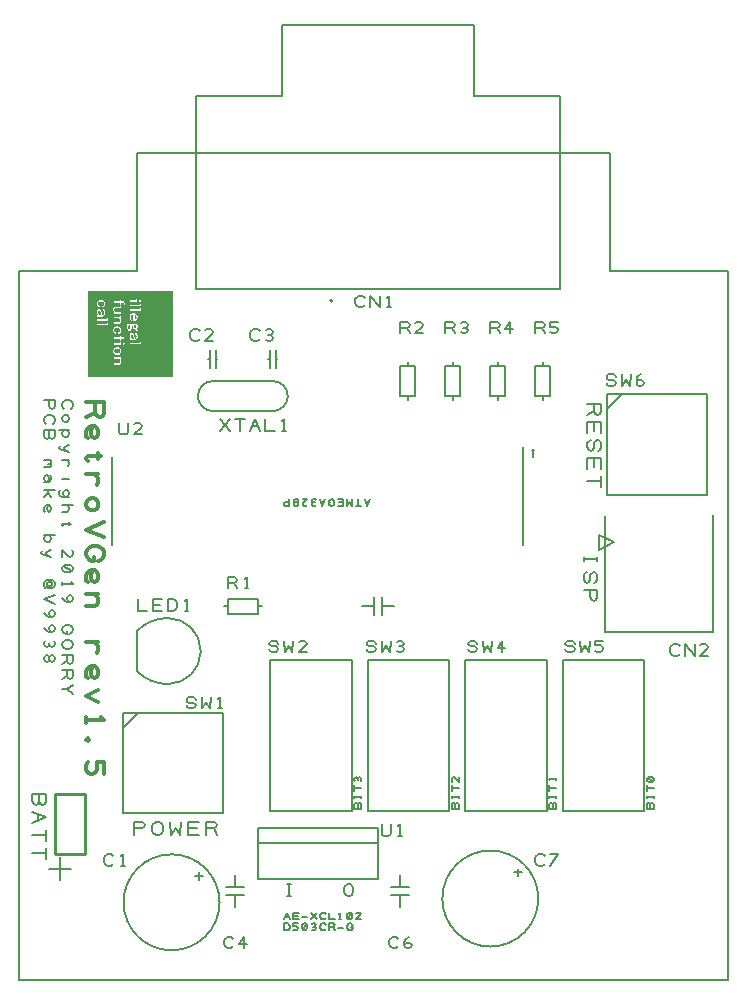
<source format=gbr>
G04 EasyPC Gerber Version 21.0.3 Build 4286 *
G04 #@! TF.Part,Single*
G04 #@! TF.FileFunction,Legend,Top *
G04 #@! TF.FilePolarity,Positive *
%FSLAX35Y35*%
%MOIN*%
%ADD83C,0.00197*%
%ADD10C,0.00500*%
%ADD109C,0.00600*%
%ADD84C,0.00787*%
%ADD24C,0.00800*%
%ADD11C,0.01000*%
%ADD108C,0.01200*%
X0Y0D02*
D02*
D10*
X7131Y59881D02*
X6756Y59131D01*
X6006Y58756*
X5256Y59131*
X4881Y59881*
Y62506*
X9381*
Y59881*
X9006Y59131*
X8256Y58756*
X7506Y59131*
X7131Y59881*
Y62506*
X4881Y56506D02*
X9381Y54631D01*
X4881Y52756*
X6756Y55756D02*
Y53506D01*
X4881Y48631D02*
X9381D01*
Y50506D02*
Y46756D01*
X4881Y42631D02*
X9381D01*
Y44506D02*
Y40756D01*
X31881Y39069D02*
X31569Y38756D01*
X30944Y38444*
X30006*
X29381Y38756*
X29069Y39069*
X28756Y39694*
Y40944*
X29069Y41569*
X29381Y41881*
X30006Y42194*
X30944*
X31569Y41881*
X31881Y41569*
X34381Y38444D02*
X35631D01*
X35006D02*
Y42194D01*
X34381Y41569*
X33756Y185944D02*
Y183131D01*
X34069Y182506*
X34694Y182194*
X35944*
X36569Y182506*
X36881Y183131*
Y185944*
X41256Y182194D02*
X38756D01*
X40944Y184381*
X41256Y185006*
X40944Y185631*
X40319Y185944*
X39381*
X38756Y185631*
X35085Y89396D02*
Y55931D01*
X68550*
Y89396*
X35085*
X38756Y48631D02*
Y53131D01*
X41381*
X42131Y52756*
X42506Y52006*
X42131Y51256*
X41381Y50881*
X38756*
X44756Y50131D02*
Y51631D01*
X45131Y52381*
X45506Y52756*
X46256Y53131*
X47006*
X47756Y52756*
X48131Y52381*
X48506Y51631*
Y50131*
X48131Y49381*
X47756Y49006*
X47006Y48631*
X46256*
X45506Y49006*
X45131Y49381*
X44756Y50131*
X50756Y53131D02*
X51131Y48631D01*
X52631Y50881*
X54131Y48631*
X54506Y53131*
X56756Y48631D02*
Y53131D01*
X60506*
X59756Y50881D02*
X56756D01*
Y48631D02*
X60506D01*
X62756D02*
Y53131D01*
X65381*
X66131Y52756*
X66506Y52006*
X66131Y51256*
X65381Y50881*
X62756*
X65381D02*
X66506Y48631D01*
X40006Y89396D02*
X35085Y84475D01*
X40006Y127194D02*
Y123444D01*
X43131*
X45006D02*
Y127194D01*
X48131*
X47506Y125319D02*
X45006D01*
Y123444D02*
X48131D01*
X50006D02*
Y127194D01*
X51881*
X52506Y126881*
X52819Y126569*
X53131Y125944*
Y124694*
X52819Y124069*
X52506Y123756*
X51881Y123444*
X50006*
X55631D02*
X56881D01*
X56256D02*
Y127194D01*
X55631Y126569*
X50006Y99006D02*
G75*
G03X61006Y110006J11000D01*
G01*
G75*
G03X50006Y121006I-11000*
G01*
G75*
G03X39706Y116706I41J-14583*
G01*
Y103306*
G75*
G03X50006Y99006I10341J10283*
G01*
X51256Y42256D02*
G75*
G02X67256Y26256J-16000D01*
G01*
G75*
G02X51256Y10256I-16000*
G01*
G75*
G02X35256Y26256J16000*
G01*
G75*
G02X51256Y42256I16000*
G01*
X56256Y91881D02*
X56569Y91256D01*
X57194Y90944*
X58444*
X59069Y91256*
X59381Y91881*
X59069Y92506*
X58444Y92819*
X57194*
X56569Y93131*
X56256Y93756*
X56569Y94381*
X57194Y94694*
X58444*
X59069Y94381*
X59381Y93756*
X61256Y94694D02*
X61569Y90944D01*
X62819Y92819*
X64069Y90944*
X64381Y94694*
X66881Y90944D02*
X68131D01*
X67506D02*
Y94694D01*
X66881Y94069*
X60631Y214069D02*
X60319Y213756D01*
X59694Y213444*
X58756*
X58131Y213756*
X57819Y214069*
X57506Y214694*
Y215944*
X57819Y216569*
X58131Y216881*
X58756Y217194*
X59694*
X60319Y216881*
X60631Y216569*
X65006Y213444D02*
X62506D01*
X64694Y215631*
X65006Y216256*
X64694Y216881*
X64069Y217194*
X63131*
X62506Y216881*
X60444Y36256D02*
Y33756D01*
X59194Y35006D02*
X61694D01*
X64006Y207506D02*
X63506D01*
X64006Y210506D02*
Y204506D01*
X65006Y190006D02*
G75*
G02X60006Y195006J5000D01*
G01*
G75*
G02X65006Y200006I5000*
G01*
X85006*
G75*
G02X90006Y195006J-5000*
G01*
G75*
G02X85006Y190006I-5000*
G01*
X65006*
X66006Y207506D02*
X66506D01*
X66006Y210506D02*
Y204506D01*
X67506Y183444D02*
X70631Y187194D01*
X67506D02*
X70631Y183444D01*
X74069D02*
Y187194D01*
X72506D02*
X75631D01*
X77506Y183444D02*
X79069Y187194D01*
X80631Y183444*
X78131Y185006D02*
X80006D01*
X82506Y187194D02*
Y183444D01*
X85631*
X88131D02*
X89381D01*
X88756D02*
Y187194D01*
X88131Y186569*
X71881Y11569D02*
X71569Y11256D01*
X70944Y10944*
X70006*
X69381Y11256*
X69069Y11569*
X68756Y12194*
Y13444*
X69069Y14069*
X69381Y14381*
X70006Y14694*
X70944*
X71569Y14381*
X71881Y14069*
X75319Y10944D02*
Y14694D01*
X73756Y12194*
X76256*
X70006Y125006D02*
X68756D01*
X70006Y130944D02*
Y134694D01*
X72194*
X72819Y134381*
X73131Y133756*
X72819Y133131*
X72194Y132819*
X70006*
X72194D02*
X73131Y130944D01*
X75631D02*
X76881D01*
X76256D02*
Y134694D01*
X75631Y134069*
X72506Y28756D02*
Y24756D01*
Y35256D02*
Y31256D01*
X75506Y28756D02*
X69506D01*
X75506Y31256D02*
X69506D01*
X80631Y214069D02*
X80319Y213756D01*
X79694Y213444*
X78756*
X78131Y213756*
X77819Y214069*
X77506Y214694*
Y215944*
X77819Y216569*
X78131Y216881*
X78756Y217194*
X79694*
X80319Y216881*
X80631Y216569*
X82819Y213756D02*
X83444Y213444D01*
X84069*
X84694Y213756*
X85006Y214381*
X84694Y215006*
X84069Y215319*
X83444*
X84069D02*
X84694Y215631D01*
X85006Y216256*
X84694Y216881*
X84069Y217194*
X83444*
X82819Y216881*
X80006Y46006D02*
X120006D01*
X80006Y51006D02*
Y34006D01*
X120006*
Y51006*
X80006*
Y125006D02*
X81256D01*
X80006Y127506D02*
X70006D01*
Y122506*
X80006*
Y127506*
X83756Y110631D02*
X84069Y110006D01*
X84694Y109694*
X85944*
X86569Y110006*
X86881Y110631*
X86569Y111256*
X85944Y111569*
X84694*
X84069Y111881*
X83756Y112506*
X84069Y113131*
X84694Y113444*
X85944*
X86569Y113131*
X86881Y112506*
X88756Y113444D02*
X89069Y109694D01*
X90319Y111569*
X91569Y109694*
X91881Y113444*
X96256Y109694D02*
X93756D01*
X95944Y111881*
X96256Y112506*
X95944Y113131*
X95319Y113444*
X94381*
X93756Y113131*
X84006Y204506D02*
Y210506D01*
Y207506D02*
X83506D01*
X84120Y107093D02*
Y56699D01*
X111286*
Y107093*
X84120*
X86006Y204506D02*
Y210506D01*
Y207506D02*
X86506D01*
X88756Y20569D02*
X89694Y22819D01*
X90631Y20569*
X89131Y21506D02*
X90256D01*
X91756Y20569D02*
Y22819D01*
X93631*
X93256Y21694D02*
X91756D01*
Y20569D02*
X93631D01*
X94756Y21319D02*
X96256D01*
X97756Y20569D02*
X99631Y22819D01*
X97756D02*
X99631Y20569D01*
X102631Y20944D02*
X102444Y20756D01*
X102069Y20569*
X101506*
X101131Y20756*
X100944Y20944*
X100756Y21319*
Y22069*
X100944Y22444*
X101131Y22631*
X101506Y22819*
X102069*
X102444Y22631*
X102631Y22444*
X103756Y22819D02*
Y20569D01*
X105631*
X107131D02*
X107881D01*
X107506D02*
Y22819D01*
X107131Y22444*
X109944Y20756D02*
X110319Y20569D01*
X110694*
X111069Y20756*
X111256Y21131*
Y22256*
X111069Y22631*
X110694Y22819*
X110319*
X109944Y22631*
X109756Y22256*
Y21131*
X109944Y20756*
X111069Y22631*
X114256Y20569D02*
X112756D01*
X114069Y21881*
X114256Y22256*
X114069Y22631*
X113694Y22819*
X113131*
X112756Y22631*
X88756Y16969D02*
Y19219D01*
X89881*
X90256Y19031*
X90444Y18844*
X90631Y18469*
Y17719*
X90444Y17344*
X90256Y17156*
X89881Y16969*
X88756*
X91756Y17156D02*
X92131Y16969D01*
X92694*
X93069Y17156*
X93256Y17531*
Y17719*
X93069Y18094*
X92694Y18281*
X91756*
Y19219*
X93256*
X94944Y17156D02*
X95319Y16969D01*
X95694*
X96069Y17156*
X96256Y17531*
Y18656*
X96069Y19031*
X95694Y19219*
X95319*
X94944Y19031*
X94756Y18656*
Y17531*
X94944Y17156*
X96069Y19031*
X97944Y17156D02*
X98319Y16969D01*
X98694*
X99069Y17156*
X99256Y17531*
X99069Y17906*
X98694Y18094*
X98319*
X98694D02*
X99069Y18281D01*
X99256Y18656*
X99069Y19031*
X98694Y19219*
X98319*
X97944Y19031*
X102631Y17344D02*
X102444Y17156D01*
X102069Y16969*
X101506*
X101131Y17156*
X100944Y17344*
X100756Y17719*
Y18469*
X100944Y18844*
X101131Y19031*
X101506Y19219*
X102069*
X102444Y19031*
X102631Y18844*
X103756Y16969D02*
Y19219D01*
X105069*
X105444Y19031*
X105631Y18656*
X105444Y18281*
X105069Y18094*
X103756*
X105069D02*
X105631Y16969D01*
X106756Y17719D02*
X108256D01*
X111069Y17906D02*
X111631D01*
Y17719*
X111444Y17344*
X111256Y17156*
X110881Y16969*
X110506*
X110131Y17156*
X109944Y17344*
X109756Y17719*
Y18469*
X109944Y18844*
X110131Y19031*
X110506Y19219*
X110881*
X111256Y19031*
X111444Y18844*
X111631Y18469*
X89694Y28444D02*
X90944D01*
X90319D02*
Y32194D01*
X89694D02*
X90944D01*
X108756Y29694D02*
Y30944D01*
X109069Y31569*
X109381Y31881*
X110006Y32194*
X110631*
X111256Y31881*
X111569Y31569*
X111881Y30944*
Y29694*
X111569Y29069*
X111256Y28756*
X110631Y28444*
X110006*
X109381Y28756*
X109069Y29069*
X108756Y29694*
X115631Y225319D02*
X115319Y225006D01*
X114694Y224694*
X113756*
X113131Y225006*
X112819Y225319*
X112506Y225944*
Y227194*
X112819Y227819*
X113131Y228131*
X113756Y228444*
X114694*
X115319Y228131*
X115631Y227819*
X117506Y224694D02*
Y228444D01*
X120631Y224694*
Y228444*
X123131Y224694D02*
X124381D01*
X123756D02*
Y228444D01*
X123131Y227819*
X114756Y125006D02*
X118756D01*
X113319Y58819D02*
X113506Y59194D01*
X113881Y59381*
X114256Y59194*
X114444Y58819*
Y57506*
X112194*
Y58819*
X112381Y59194*
X112756Y59381*
X113131Y59194*
X113319Y58819*
Y57506*
X114444Y61069D02*
Y61819D01*
Y61444D02*
X112194D01*
Y61069D02*
Y61819D01*
X114444Y64444D02*
X112194D01*
Y63506D02*
Y65381D01*
X114256Y66694D02*
X114444Y67069D01*
Y67444*
X114256Y67819*
X113881Y68006*
X113506Y67819*
X113319Y67444*
Y67069*
Y67444D02*
X113131Y67819D01*
X112756Y68006*
X112381Y67819*
X112194Y67444*
Y67069*
X112381Y66694*
X116256Y110631D02*
X116569Y110006D01*
X117194Y109694*
X118444*
X119069Y110006*
X119381Y110631*
X119069Y111256*
X118444Y111569*
X117194*
X116569Y111881*
X116256Y112506*
X116569Y113131*
X117194Y113444*
X118444*
X119069Y113131*
X119381Y112506*
X121256Y113444D02*
X121569Y109694D01*
X122819Y111569*
X124069Y109694*
X124381Y113444*
X126569Y110006D02*
X127194Y109694D01*
X127819*
X128444Y110006*
X128756Y110631*
X128444Y111256*
X127819Y111569*
X127194*
X127819D02*
X128444Y111881D01*
X128756Y112506*
X128444Y113131*
X127819Y113444*
X127194*
X126569Y113131*
X116620Y107093D02*
Y56699D01*
X143786*
Y107093*
X116620*
X117506Y160694D02*
X116569Y158444D01*
X115631Y160694*
X117131Y159756D02*
X116006D01*
X113569Y160694D02*
Y158444D01*
X114506D02*
X112631D01*
X111506Y160694D02*
Y158444D01*
X110569Y159569*
X109631Y158444*
Y160694*
X108506D02*
Y158444D01*
X106631*
X107006Y159569D02*
X108506D01*
Y160694D02*
X106631D01*
X104194Y159756D02*
X103631D01*
Y159944*
X103819Y160319*
X104006Y160506*
X104381Y160694*
X104756*
X105131Y160506*
X105319Y160319*
X105506Y159944*
Y159194*
X105319Y158819*
X105131Y158631*
X104756Y158444*
X104381*
X104006Y158631*
X103819Y158819*
X103631Y159194*
X102506Y160694D02*
X101569Y158444D01*
X100631Y160694*
X102131Y159756D02*
X101006D01*
X99319Y160506D02*
X98944Y160694D01*
X98569*
X98194Y160506*
X98006Y160131*
X98194Y159756*
X98569Y159569*
X98944*
X98569D02*
X98194Y159381D01*
X98006Y159006*
X98194Y158631*
X98569Y158444*
X98944*
X99319Y158631*
X95006Y160694D02*
X96506D01*
X95194Y159381*
X95006Y159006*
X95194Y158631*
X95569Y158444*
X96131*
X96506Y158631*
X92944Y159569D02*
X92569D01*
X92194Y159381*
X92006Y159006*
X92194Y158631*
X92569Y158444*
X92944*
X93319Y158631*
X93506Y159006*
X93319Y159381*
X92944Y159569*
X93319Y159756*
X93506Y160131*
X93319Y160506*
X92944Y160694*
X92569*
X92194Y160506*
X92006Y160131*
X92194Y159756*
X92569Y159569*
X90506Y160694D02*
Y158444D01*
X89194*
X88819Y158631*
X88631Y159006*
X88819Y159381*
X89194Y159569*
X90506*
X118756Y128006D02*
Y122006D01*
X121256Y52194D02*
Y49381D01*
X121569Y48756*
X122194Y48444*
X123444*
X124069Y48756*
X124381Y49381*
Y52194*
X126881Y48444D02*
X128131D01*
X127506D02*
Y52194D01*
X126881Y51569*
X121256Y125006D02*
X125256D01*
X121256Y128006D02*
Y122006D01*
X126881Y11569D02*
X126569Y11256D01*
X125944Y10944*
X125006*
X124381Y11256*
X124069Y11569*
X123756Y12194*
Y13444*
X124069Y14069*
X124381Y14381*
X125006Y14694*
X125944*
X126569Y14381*
X126881Y14069*
X128756Y11881D02*
X129069Y12506D01*
X129694Y12819*
X130319*
X130944Y12506*
X131256Y11881*
X130944Y11256*
X130319Y10944*
X129694*
X129069Y11256*
X128756Y11881*
Y12819*
X129069Y13756*
X129694Y14381*
X130319Y14694*
X127506Y28756D02*
Y24756D01*
Y35256D02*
Y31256D01*
Y205006D02*
Y195006D01*
X132506*
Y205006*
X127506*
Y215944D02*
Y219694D01*
X129694*
X130319Y219381*
X130631Y218756*
X130319Y218131*
X129694Y217819*
X127506*
X129694D02*
X130631Y215944D01*
X135006D02*
X132506D01*
X134694Y218131*
X135006Y218756*
X134694Y219381*
X134069Y219694*
X133131*
X132506Y219381*
X130006Y195006D02*
Y193756D01*
Y205006D02*
Y206256D01*
X130506Y28756D02*
X124506D01*
X130506Y31256D02*
X124506D01*
X142506Y205006D02*
Y195006D01*
X147506*
Y205006*
X142506*
Y215944D02*
Y219694D01*
X144694*
X145319Y219381*
X145631Y218756*
X145319Y218131*
X144694Y217819*
X142506*
X144694D02*
X145631Y215944D01*
X147819Y216256D02*
X148444Y215944D01*
X149069*
X149694Y216256*
X150006Y216881*
X149694Y217506*
X149069Y217819*
X148444*
X149069D02*
X149694Y218131D01*
X150006Y218756*
X149694Y219381*
X149069Y219694*
X148444*
X147819Y219381*
X145006Y195006D02*
Y193756D01*
Y205006D02*
Y206256D01*
X145819Y58819D02*
X146006Y59194D01*
X146381Y59381*
X146756Y59194*
X146944Y58819*
Y57506*
X144694*
Y58819*
X144881Y59194*
X145256Y59381*
X145631Y59194*
X145819Y58819*
Y57506*
X146944Y61069D02*
Y61819D01*
Y61444D02*
X144694D01*
Y61069D02*
Y61819D01*
X146944Y64444D02*
X144694D01*
Y63506D02*
Y65381D01*
X146944Y68006D02*
Y66506D01*
X145631Y67819*
X145256Y68006*
X144881Y67819*
X144694Y67444*
Y66881*
X144881Y66506*
X149120Y107093D02*
Y56699D01*
X176286*
Y107093*
X149120*
X150006Y110631D02*
X150319Y110006D01*
X150944Y109694*
X152194*
X152819Y110006*
X153131Y110631*
X152819Y111256*
X152194Y111569*
X150944*
X150319Y111881*
X150006Y112506*
X150319Y113131*
X150944Y113444*
X152194*
X152819Y113131*
X153131Y112506*
X155006Y113444D02*
X155319Y109694D01*
X156569Y111569*
X157819Y109694*
X158131Y113444*
X161569Y109694D02*
Y113444D01*
X160006Y110944*
X162506*
X157506Y43506D02*
G75*
G02X173506Y27506J-16000D01*
G01*
G75*
G02X157506Y11506I-16000*
G01*
G75*
G02X141506Y27506J16000*
G01*
G75*
G02X157506Y43506I16000*
G01*
Y205006D02*
Y195006D01*
X162506*
Y205006*
X157506*
Y215944D02*
Y219694D01*
X159694*
X160319Y219381*
X160631Y218756*
X160319Y218131*
X159694Y217819*
X157506*
X159694D02*
X160631Y215944D01*
X164069D02*
Y219694D01*
X162506Y217194*
X165006*
X160006Y195006D02*
Y193756D01*
Y205006D02*
Y206256D01*
X166694Y37506D02*
Y35006D01*
X165444Y36256D02*
X167944D01*
X175631Y39069D02*
X175319Y38756D01*
X174694Y38444*
X173756*
X173131Y38756*
X172819Y39069*
X172506Y39694*
Y40944*
X172819Y41569*
X173131Y41881*
X173756Y42194*
X174694*
X175319Y41881*
X175631Y41569*
X177506Y38444D02*
X180006Y42194D01*
X177506*
X172131Y176944D02*
X171381D01*
X171756D02*
Y174694D01*
X172131Y175069*
X172506Y205006D02*
Y195006D01*
X177506*
Y205006*
X172506*
Y215944D02*
Y219694D01*
X174694*
X175319Y219381*
X175631Y218756*
X175319Y218131*
X174694Y217819*
X172506*
X174694D02*
X175631Y215944D01*
X177506Y216256D02*
X178131Y215944D01*
X179069*
X179694Y216256*
X180006Y216881*
Y217194*
X179694Y217819*
X179069Y218131*
X177506*
Y219694*
X180006*
X175006Y195006D02*
Y193756D01*
Y205006D02*
Y206256D01*
X178319Y58819D02*
X178506Y59194D01*
X178881Y59381*
X179256Y59194*
X179444Y58819*
Y57506*
X177194*
Y58819*
X177381Y59194*
X177756Y59381*
X178131Y59194*
X178319Y58819*
Y57506*
X179444Y61069D02*
Y61819D01*
Y61444D02*
X177194D01*
Y61069D02*
Y61819D01*
X179444Y64444D02*
X177194D01*
Y63506D02*
Y65381D01*
X179444Y66881D02*
Y67631D01*
Y67256D02*
X177194D01*
X177569Y66881*
X181620Y107093D02*
Y56699D01*
X208786*
Y107093*
X181620*
X182506Y110631D02*
X182819Y110006D01*
X183444Y109694*
X184694*
X185319Y110006*
X185631Y110631*
X185319Y111256*
X184694Y111569*
X183444*
X182819Y111881*
X182506Y112506*
X182819Y113131*
X183444Y113444*
X184694*
X185319Y113131*
X185631Y112506*
X187506Y113444D02*
X187819Y109694D01*
X189069Y111569*
X190319Y109694*
X190631Y113444*
X192506Y110006D02*
X193131Y109694D01*
X194069*
X194694Y110006*
X195006Y110631*
Y110944*
X194694Y111569*
X194069Y111881*
X192506*
Y113444*
X195006*
X188631Y141381D02*
Y139881D01*
Y140631D02*
X193131D01*
Y141381D02*
Y139881D01*
X189756Y136506D02*
X189006Y136131D01*
X188631Y135381*
Y133881*
X189006Y133131*
X189756Y132756*
X190506Y133131*
X190881Y133881*
Y135381*
X191256Y136131*
X192006Y136506*
X192756Y136131*
X193131Y135381*
Y133881*
X192756Y133131*
X192006Y132756*
X188631Y130506D02*
X193131D01*
Y127881*
X192756Y127131*
X192006Y126756*
X191256Y127131*
X190881Y127881*
Y130506*
X189881Y192506D02*
X194381D01*
Y189881*
X194006Y189131*
X193256Y188756*
X192506Y189131*
X192131Y189881*
Y192506*
Y189881D02*
X189881Y188756D01*
Y186506D02*
X194381D01*
Y182756*
X192131Y183506D02*
Y186506D01*
X189881D02*
Y182756D01*
X191006Y180506D02*
X190256Y180131D01*
X189881Y179381*
Y177881*
X190256Y177131*
X191006Y176756*
X191756Y177131*
X192131Y177881*
Y179381*
X192506Y180131*
X193256Y180506*
X194006Y180131*
X194381Y179381*
Y177881*
X194006Y177131*
X193256Y176756*
X189881Y174506D02*
X194381D01*
Y170756*
X192131Y171506D02*
Y174506D01*
X189881D02*
Y170756D01*
Y166631D02*
X194381D01*
Y168506D02*
Y164756D01*
X196256Y199381D02*
X196569Y198756D01*
X197194Y198444*
X198444*
X199069Y198756*
X199381Y199381*
X199069Y200006*
X198444Y200319*
X197194*
X196569Y200631*
X196256Y201256*
X196569Y201881*
X197194Y202194*
X198444*
X199069Y201881*
X199381Y201256*
X201256Y202194D02*
X201569Y198444D01*
X202819Y200319*
X204069Y198444*
X204381Y202194*
X206256Y199381D02*
X206569Y200006D01*
X207194Y200319*
X207819*
X208444Y200006*
X208756Y199381*
X208444Y198756*
X207819Y198444*
X207194*
X206569Y198756*
X206256Y199381*
Y200319*
X206569Y201256*
X207194Y201881*
X207819Y202194*
X196335Y195646D02*
Y162181D01*
X229800*
Y195646*
X196335*
X201256D02*
X196335Y190725D01*
X210819Y58819D02*
X211006Y59194D01*
X211381Y59381*
X211756Y59194*
X211944Y58819*
Y57506*
X209694*
Y58819*
X209881Y59194*
X210256Y59381*
X210631Y59194*
X210819Y58819*
Y57506*
X211944Y61069D02*
Y61819D01*
Y61444D02*
X209694D01*
Y61069D02*
Y61819D01*
X211944Y64444D02*
X209694D01*
Y63506D02*
Y65381D01*
X211756Y66694D02*
X211944Y67069D01*
Y67444*
X211756Y67819*
X211381Y68006*
X210256*
X209881Y67819*
X209694Y67444*
Y67069*
X209881Y66694*
X210256Y66506*
X211381*
X211756Y66694*
X209881Y67819*
X220631Y109069D02*
X220319Y108756D01*
X219694Y108444*
X218756*
X218131Y108756*
X217819Y109069*
X217506Y109694*
Y110944*
X217819Y111569*
X218131Y111881*
X218756Y112194*
X219694*
X220319Y111881*
X220631Y111569*
X222506Y108444D02*
Y112194D01*
X225631Y108444*
Y112194*
X230006Y108444D02*
X227506D01*
X229694Y110631*
X230006Y111256*
X229694Y111881*
X229069Y112194*
X228131*
X227506Y111881*
D02*
D11*
X22506Y42506D02*
Y62506D01*
X12506*
Y42506*
X22506*
D02*
D24*
X400Y400D02*
X236620D01*
Y236620*
X197250*
Y275991*
X39770*
Y236620*
X400*
Y400*
X14069Y41256D02*
Y33756D01*
X10319Y37506D02*
X17819D01*
X15319Y190631D02*
X15006Y190944D01*
X14694Y191569*
Y192506*
X15006Y193131*
X15319Y193444*
X15944Y193756*
X17194*
X17819Y193444*
X18131Y193131*
X18444Y192506*
Y191569*
X18131Y190944*
X17819Y190631*
X15631Y188756D02*
X15006Y188444D01*
X14694Y187819*
Y187194*
X15006Y186569*
X15631Y186256*
X16256*
X16881Y186569*
X17194Y187194*
Y187819*
X16881Y188444*
X16256Y188756*
X15631*
X17194Y183756D02*
X13756D01*
X15631D02*
X15006Y183444D01*
X14694Y182819*
Y182194*
X15006Y181569*
X15631Y181256*
X16256*
X16881Y181569*
X17194Y182194*
Y182819*
X16881Y183444*
X16256Y183756*
X15631*
X17194Y178756D02*
X15944Y178444D01*
X15319Y177819*
Y177194*
X15944Y176569*
X17194Y176256*
X15944Y176569D02*
X14694Y176881D01*
X14069Y177194*
X13756Y177819*
X14069Y178444*
X14694Y173756D02*
X17194D01*
X16256D02*
X16881Y173444D01*
X17194Y172819*
Y172194*
X16881Y171569*
X14694Y167506D02*
X17194D01*
X18131D02*
X16256Y161256*
X16881Y161569D01*
X17194Y162194*
Y162819*
X16881Y163444*
X16256Y163756*
X15944*
X15319Y163444*
X15006Y162819*
Y162194*
X15319Y161569*
X15944Y161256*
X17194D02*
X14694D01*
X14069Y161569*
X13756Y162194*
Y163131*
X14069Y163756*
X14694Y158756D02*
X18444D01*
X16256D02*
X16881Y158444D01*
X17194Y157819*
Y157194*
X16881Y156569*
X16256Y156256*
X14694*
X17194Y153131D02*
Y151881D01*
X17819Y152506D02*
X15006D01*
X14694Y152194*
Y151881*
X15006Y151569*
X14694Y141256D02*
Y143756D01*
X16881Y141569*
X17506Y141256*
X18131Y141569*
X18444Y142194*
Y143131*
X18131Y143756*
X15006Y138444D02*
X14694Y137819D01*
Y137194*
X15006Y136569*
X15631Y136256*
X17506*
X18131Y136569*
X18444Y137194*
Y137819*
X18131Y138444*
X17506Y138756*
X15631*
X15006Y138444*
X18131Y136569*
X14694Y133131D02*
Y131881D01*
Y132506D02*
X18444D01*
X17819Y133131*
X14694Y127819D02*
X15006Y127194D01*
X15631Y126569*
X16569Y126256*
X17506*
X18131Y126569*
X18444Y127194*
Y127819*
X18131Y128444*
X17506Y128756*
X16881Y128444*
X16569Y127819*
Y127194*
X16881Y126569*
X17506Y126256*
X16256Y116569D02*
Y115631D01*
X15944*
X15319Y115944*
X15006Y116256*
X14694Y116881*
Y117506*
X15006Y118131*
X15319Y118444*
X15944Y118756*
X17194*
X17819Y118444*
X18131Y118131*
X18444Y117506*
Y116881*
X18131Y116256*
X17819Y115944*
X17194Y115631*
X15944Y113756D02*
X17194D01*
X17819Y113444*
X18131Y113131*
X18444Y112506*
Y111881*
X18131Y111256*
X17819Y110944*
X17194Y110631*
X15944*
X15319Y110944*
X15006Y111256*
X14694Y111881*
Y112506*
X15006Y113131*
X15319Y113444*
X15944Y113756*
X14694Y108756D02*
X18444D01*
Y106569*
X18131Y105944*
X17506Y105631*
X16881Y105944*
X16569Y106569*
Y108756*
Y106569D02*
X14694Y105631D01*
Y103756D02*
X18444D01*
Y101569*
X18131Y100944*
X17506Y100631*
X16881Y100944*
X16569Y101569*
Y103756*
Y101569D02*
X14694Y100631D01*
Y97194D02*
X16569D01*
X18444Y98756*
X16569Y97194D02*
X18444Y95631D01*
X8694Y193756D02*
X12444D01*
Y191569*
X12131Y190944*
X11506Y190631*
X10881Y190944*
X10569Y191569*
Y193756*
X9319Y185631D02*
X9006Y185944D01*
X8694Y186569*
Y187506*
X9006Y188131*
X9319Y188444*
X9944Y188756*
X11194*
X11819Y188444*
X12131Y188131*
X12444Y187506*
Y186569*
X12131Y185944*
X11819Y185631*
X10569Y181569D02*
X10256Y180944D01*
X9631Y180631*
X9006Y180944*
X8694Y181569*
Y183756*
X12444*
Y181569*
X12131Y180944*
X11506Y180631*
X10881Y180944*
X10569Y181569*
Y183756*
X8694Y173756D02*
X11194D01*
X10881D02*
X11194Y173444D01*
Y172819*
X10881Y172506*
X9944*
X10881D02*
X11194Y172194D01*
Y171569*
X10881Y171256*
X8694*
X10881Y168756D02*
X11194Y168131D01*
Y167194*
X10881Y166569*
X10256Y166256*
X9319*
X9006Y166569*
X8694Y167194*
Y167819*
X9006Y168444*
X9319Y168756*
X9631*
X9944Y168444*
X10256Y167819*
Y167194*
X9944Y166569*
X9631Y166256*
X9319D02*
X8694D01*
Y163756D02*
X12444D01*
X9944D02*
Y162819D01*
X11194Y161256*
X9944Y162819D02*
X8694Y161256D01*
X9006Y156256D02*
X8694Y156569D01*
Y157194*
Y157819*
X9006Y158444*
X9631Y158756*
X10569*
X10881Y158444*
X11194Y157819*
Y157194*
X10881Y156569*
X10569Y156256*
X10256*
X9944Y156569*
X9631Y157194*
Y157819*
X9944Y158444*
X10256Y158756*
X9631Y148756D02*
X9006Y148444D01*
X8694Y147819*
Y147194*
X9006Y146569*
X9631Y146256*
X10256*
X10881Y146569*
X11194Y147194*
Y147819*
X10881Y148444*
X10256Y148756*
X8694D02*
X12444D01*
X11194Y143756D02*
X9944Y143444D01*
X9319Y142819*
Y142194*
X9944Y141569*
X11194Y141256*
X9944Y141569D02*
X8694Y141881D01*
X8069Y142194*
X7756Y142819*
X8069Y143444*
X9006Y130944D02*
X8694Y131569D01*
Y132819*
X9006Y133444*
X9631Y133756*
X11506*
X12131Y133444*
X12444Y132819*
Y131881*
X12131Y131256*
X11506Y130944*
X9944*
X9631Y131256*
X9944Y131569*
X11194*
X11506Y131881*
Y132819*
X11194Y133131*
X9944*
X9631Y132819*
Y131881*
X9944Y131569*
X12444Y128756D02*
X8694Y127194D01*
X12444Y125631*
X8694Y122819D02*
X9006Y122194D01*
X9631Y121569*
X10569Y121256*
X11506*
X12131Y121569*
X12444Y122194*
Y122819*
X12131Y123444*
X11506Y123756*
X10881Y123444*
X10569Y122819*
Y122194*
X10881Y121569*
X11506Y121256*
X8694Y117819D02*
X9006Y117194D01*
X9631Y116569*
X10569Y116256*
X11506*
X12131Y116569*
X12444Y117194*
Y117819*
X12131Y118444*
X11506Y118756*
X10881Y118444*
X10569Y117819*
Y117194*
X10881Y116569*
X11506Y116256*
X9006Y113444D02*
X8694Y112819D01*
Y112194*
X9006Y111569*
X9631Y111256*
X10256Y111569*
X10569Y112194*
Y112819*
Y112194D02*
X10881Y111569D01*
X11506Y111256*
X12131Y111569*
X12444Y112194*
Y112819*
X12131Y113444*
X10569Y107819D02*
Y107194D01*
X10881Y106569*
X11506Y106256*
X12131Y106569*
X12444Y107194*
Y107819*
X12131Y108444*
X11506Y108756*
X10881Y108444*
X10569Y107819*
X10256Y108444*
X9631Y108756*
X9006Y108444*
X8694Y107819*
Y107194*
X9006Y106569*
X9631Y106256*
X10256Y106569*
X10569Y107194*
D02*
D83*
X23307Y230006D02*
Y201706D01*
X23407Y230006D02*
X23407Y201706D01*
X23507Y230006D02*
X23507Y201706D01*
X23607Y230006D02*
Y201706D01*
X23707Y230006D02*
X23706Y201706D01*
X23807Y230006D02*
Y201706D01*
X23907Y230006D02*
X23907Y201706D01*
X24007Y230006D02*
X24007Y201706D01*
X24107Y230006D02*
Y201706D01*
X24207Y230006D02*
X24206Y201706D01*
X24307Y230006D02*
Y201706D01*
X24407Y230006D02*
X24407Y201706D01*
X24507Y230006D02*
X24507Y201706D01*
X24607Y230006D02*
Y201706D01*
X24707Y230006D02*
X24706Y201706D01*
X24806Y230006D02*
X24807Y201706D01*
X24907Y230006D02*
Y201706D01*
X25007Y230006D02*
X25007Y201706D01*
X25107Y230006D02*
Y201706D01*
X25207Y230006D02*
Y201706D01*
X25306Y230006D02*
X25307Y201706D01*
X25407Y230006D02*
Y201706D01*
X25507Y230006D02*
X25507Y201706D01*
X25607Y230006D02*
Y201706D01*
X25707Y230006D02*
Y201706D01*
X25806Y230006D02*
X25807Y201706D01*
X25907Y230006D02*
Y201706D01*
X26007Y230006D02*
X26007Y201706D01*
X26107Y223006D02*
Y201706D01*
Y225607D02*
Y223506D01*
Y230006D02*
Y226206D01*
X26207Y222606D02*
Y201706D01*
Y225206D02*
Y223906D01*
Y230006D02*
Y226606D01*
X26306Y218606D02*
X26307Y201706D01*
X26306Y221406D02*
X26307Y221006D01*
X26306Y222406D02*
X26307Y222306D01*
X26306Y230006D02*
X26307Y226806D01*
Y220107D02*
Y219506D01*
X26307Y225106D02*
X26307Y224006D01*
X26407Y218606D02*
Y201706D01*
Y220106D02*
X26407Y219506D01*
X26407Y221507D02*
X26407Y221006D01*
X26407Y224906D02*
Y224106D01*
Y230006D02*
Y227006D01*
X26507Y218606D02*
Y201706D01*
Y220106D02*
Y219506D01*
Y221506D02*
Y221006D01*
Y224806D02*
Y224206D01*
Y230006D02*
Y227106D01*
X26607Y218606D02*
Y201706D01*
Y220106D02*
Y219506D01*
Y221506D02*
Y221006D01*
Y224806D02*
Y224206D01*
Y230006D02*
Y227106D01*
X26706Y221506D02*
Y221006D01*
Y223207D02*
X26707Y223007D01*
Y218606D02*
X26707Y201706D01*
X26707Y220106D02*
X26706Y219506D01*
X26707Y224707D02*
X26706Y224207D01*
X26707Y230006D02*
Y227206D01*
X26707Y226006D02*
X26707Y225706D01*
X26806Y218606D02*
X26807Y201706D01*
X26806Y226206D02*
X26807Y225606D01*
X26806Y230006D02*
X26807Y227306D01*
Y220107D02*
Y219506D01*
Y221506D02*
Y221006D01*
Y223306D02*
Y222706D01*
Y224706D02*
Y224306D01*
X26907Y218606D02*
Y201706D01*
Y220106D02*
X26907Y219506D01*
X26907Y224606D02*
X26907Y224306D01*
X26907Y226307D02*
Y225506D01*
Y230006D02*
Y227306D01*
X26907Y221506D02*
Y221006D01*
Y223306D02*
X26907Y222606D01*
X27007Y218606D02*
X27006Y201706D01*
X27007Y220106D02*
Y219506D01*
Y221506D02*
Y221006D01*
Y223306D02*
Y222506D01*
Y224606D02*
Y224306D01*
Y226406D02*
Y225406D01*
Y230006D02*
Y227306D01*
X27107Y218606D02*
Y201706D01*
Y220106D02*
Y219506D01*
Y221506D02*
Y221006D01*
Y223306D02*
Y222406D01*
Y224607D02*
Y224206D01*
Y226406D02*
Y225406D01*
Y230006D02*
Y227406D01*
X27206Y221506D02*
Y221006D01*
X27207Y218606D02*
X27207Y201706D01*
X27207Y220106D02*
X27206Y219506D01*
X27207Y224606D02*
Y224207D01*
Y226406D02*
Y225406D01*
Y230006D02*
Y227406D01*
X27207Y223206D02*
X27207Y222406D01*
X27306Y230006D02*
X27307Y227406D01*
Y218607D02*
Y201706D01*
Y220107D02*
Y219506D01*
Y221506D02*
Y221006D01*
Y223006D02*
Y222407D01*
Y226506D02*
Y224206D01*
X27407Y218606D02*
Y201706D01*
Y220106D02*
X27407Y219506D01*
X27407Y222706D02*
Y222406D01*
Y226506D02*
Y224106D01*
Y230006D02*
Y227406D01*
X27407Y221506D02*
Y221006D01*
X27506Y226506D02*
Y224006D01*
X27507Y218606D02*
X27506Y201706D01*
X27507Y220106D02*
Y219506D01*
Y221506D02*
Y221006D01*
Y230006D02*
Y227406D01*
X27607Y218606D02*
Y201706D01*
Y220106D02*
Y219506D01*
Y221506D02*
Y221006D01*
Y226506D02*
Y223906D01*
Y230006D02*
Y227406D01*
X27706Y221506D02*
Y221006D01*
X27707Y218606D02*
X27707Y201706D01*
X27707Y220106D02*
X27706Y219506D01*
X27707Y230006D02*
Y227406D01*
X27707Y226506D02*
X27707Y223706D01*
X27807Y220107D02*
Y219506D01*
Y221506D02*
Y221006D01*
Y226506D02*
Y223506D01*
X27807Y218606D02*
X27807Y201706D01*
X27807Y230006D02*
X27807Y227406D01*
X27907Y218606D02*
Y201706D01*
Y220106D02*
X27907Y219506D01*
X27907Y224606D02*
Y223206D01*
Y226406D02*
Y225406D01*
Y230006D02*
Y227406D01*
X27907Y221506D02*
Y221006D01*
X28007Y218606D02*
X28006Y201706D01*
X28007Y220106D02*
Y219506D01*
Y221506D02*
Y221006D01*
Y223406D02*
X28006Y222706D01*
X28007Y224606D02*
Y224207D01*
Y226406D02*
Y225406D01*
Y230006D02*
Y227406D01*
X28107Y218606D02*
Y201706D01*
Y220106D02*
Y219506D01*
Y221506D02*
Y221006D01*
Y223306D02*
Y222406D01*
Y224607D02*
Y224206D01*
Y226406D02*
Y225406D01*
Y230006D02*
Y227306D01*
X28206Y223306D02*
X28207Y222507D01*
Y218606D02*
X28207Y201706D01*
X28207Y220106D02*
X28206Y219506D01*
X28207Y221507D02*
X28206Y221006D01*
X28207Y224606D02*
X28207Y224206D01*
X28207Y226307D02*
X28207Y225506D01*
X28207Y230006D02*
Y227306D01*
X28307Y220107D02*
Y219506D01*
Y221606D02*
Y221006D01*
Y223206D02*
Y222506D01*
Y224606D02*
Y224206D01*
Y226306D02*
Y225506D01*
X28307Y218606D02*
X28307Y201706D01*
X28307Y230006D02*
X28307Y227306D01*
X28407Y218606D02*
Y201706D01*
Y220106D02*
Y219506D01*
Y221606D02*
Y221006D01*
Y223106D02*
Y222706D01*
Y224606D02*
Y224206D01*
Y226106D02*
Y225706D01*
Y230006D02*
Y227206D01*
X28507Y218606D02*
X28506Y201706D01*
X28507Y220106D02*
Y219506D01*
Y221606D02*
Y221006D01*
Y224707D02*
Y224207D01*
Y230006D02*
Y227106D01*
X28606Y218606D02*
X28607Y201706D01*
X28606Y220106D02*
X28607Y219506D01*
X28606Y224706D02*
X28607Y224106D01*
X28606Y230006D02*
X28607Y227106D01*
Y221706D02*
Y221006D01*
X28707Y218606D02*
Y201706D01*
Y220106D02*
Y219506D01*
Y221806D02*
Y221007D01*
Y224807D02*
Y224006D01*
Y230006D02*
Y227006D01*
X28807Y220107D02*
Y219506D01*
Y225006D02*
Y223907D01*
X28807Y218606D02*
X28807Y201706D01*
X28807Y221906D02*
X28807Y221006D01*
X28807Y230006D02*
X28807Y226806D01*
X28906Y222106D02*
X28907Y221006D01*
X28906Y225106D02*
X28907Y223706D01*
Y218606D02*
Y201706D01*
Y220106D02*
Y219506D01*
Y230006D02*
Y226706D01*
X29007Y218606D02*
Y201706D01*
Y220106D02*
Y219506D01*
Y222406D02*
Y221006D01*
Y225406D02*
Y223406D01*
Y230006D02*
Y226406D01*
X29106Y218606D02*
X29107Y201706D01*
X29106Y220106D02*
X29107Y219506D01*
X29106Y230006D02*
X29107Y221006D01*
X29207Y218606D02*
Y201706D01*
Y220106D02*
Y219506D01*
Y230006D02*
Y221007D01*
X29307Y218606D02*
X29307Y201706D01*
X29307Y220106D02*
X29307Y219506D01*
X29307Y230006D02*
X29307Y221006D01*
X29407Y218606D02*
Y201706D01*
Y220106D02*
Y219506D01*
Y230006D02*
Y221006D01*
X29507Y218606D02*
Y201706D01*
Y220106D02*
Y219506D01*
Y230006D02*
Y221006D01*
X29606Y218606D02*
X29607Y201706D01*
X29606Y230006D02*
X29607Y221306D01*
X29607Y220107D02*
X29607Y219806D01*
X29707Y218606D02*
Y201706D01*
Y220106D02*
Y219806D01*
Y230006D02*
Y221306D01*
X29807Y218606D02*
X29807Y201706D01*
X29807Y220106D02*
X29807Y219806D01*
X29807Y230006D02*
X29807Y221306D01*
X29907Y218606D02*
Y201706D01*
Y220106D02*
X29906Y219806D01*
X29907Y230006D02*
X29906Y221306D01*
X30007Y218606D02*
Y201706D01*
Y220106D02*
Y219806D01*
Y230006D02*
Y221306D01*
X30106Y230006D02*
X30107Y201706D01*
X30207Y230006D02*
Y201706D01*
X30307Y230006D02*
Y201706D01*
X30407Y230006D02*
Y201706D01*
X30507Y230006D02*
X30507Y201706D01*
X30606Y230006D02*
X30607Y201706D01*
X30707Y230006D02*
Y201706D01*
X30807Y230006D02*
X30806Y201706D01*
X30907Y230006D02*
Y201706D01*
X31007Y230006D02*
X31007Y201706D01*
X31106Y230006D02*
X31107Y201706D01*
X31207Y230006D02*
Y201706D01*
X31307Y230006D02*
X31306Y201706D01*
X31407Y230006D02*
Y201706D01*
X31507Y230006D02*
X31507Y201706D01*
X31607Y209506D02*
Y201706D01*
Y216506D02*
Y210806D01*
Y223407D02*
Y217806D01*
X31607Y230006D02*
X31607Y224606D01*
X31707Y205506D02*
Y201706D01*
Y207307D02*
X31707Y206306D01*
X31707Y209306D02*
Y208206D01*
Y212106D02*
Y211006D01*
Y216306D02*
X31707Y214706D01*
X31707Y219106D02*
X31707Y218006D01*
X31707Y220906D02*
X31707Y220006D01*
X31707Y222406D02*
X31707Y221806D01*
X31707Y223206D02*
Y230006*
Y227006D01*
X31707Y213406D02*
X31707Y213006D01*
X31707Y226106D02*
Y224806D01*
X31806Y205506D02*
Y201706D01*
X31807Y207306D02*
Y206306D01*
Y209106D02*
Y208206D01*
Y212106D02*
Y211206D01*
Y213406D02*
Y213006D01*
Y216206D02*
Y214906D01*
Y219106D02*
Y218106D01*
Y220907D02*
Y220006D01*
Y222406D02*
Y221806D01*
Y226106D02*
Y224906D01*
Y230006D02*
X31806Y227006D01*
X31907Y205506D02*
Y201706D01*
Y207306D02*
Y206306D01*
Y209006D02*
Y208206D01*
Y212106D02*
Y211306D01*
Y213406D02*
Y213006D01*
Y216106D02*
Y214906D01*
Y219106D02*
Y218206D01*
Y220906D02*
Y220006D01*
Y222406D02*
Y221807D01*
Y226107D02*
Y225006D01*
Y230006D02*
Y227006D01*
X32006Y213406D02*
X32007Y213006D01*
Y207307D02*
Y206307D01*
Y208906D02*
Y208206D01*
Y216006D02*
Y215006D01*
Y219106D02*
Y218306D01*
Y220907D02*
X32006Y220006D01*
X32007Y222406D02*
Y221806D01*
Y226106D02*
X32007Y225006D01*
X32007Y230006D02*
X32007Y227006D01*
Y205506D02*
Y201706D01*
Y212106D02*
X32006Y211406D01*
X32107Y205506D02*
Y201706D01*
Y207306D02*
Y206306D01*
Y208906D02*
Y208207D01*
Y210306D02*
Y210106D01*
Y212106D02*
Y211406D01*
Y213406D02*
Y213007D01*
Y215906D02*
Y215006D01*
Y217206D02*
Y217006D01*
Y220906D02*
Y220006D01*
Y224006D02*
Y223806D01*
Y226106D02*
Y225106D01*
X32107Y219106D02*
X32107Y218406D01*
X32107Y222406D02*
X32107Y221806D01*
X32107Y230006D02*
X32107Y227006D01*
X32207Y205506D02*
Y201706D01*
Y207306D02*
Y206306D01*
Y208806D02*
Y208206D01*
Y210406D02*
Y209906D01*
Y212106D02*
Y211506D01*
Y213906D02*
Y213006D01*
Y215906D02*
Y215006D01*
Y217406D02*
Y216806D01*
Y219106D02*
Y218406D01*
Y220906D02*
Y220006D01*
Y222406D02*
Y221806D01*
Y224106D02*
Y223606D01*
Y226106D02*
Y225106D01*
Y230006D02*
Y227006D01*
X32306Y205506D02*
Y201706D01*
Y214106D02*
X32307Y213006D01*
Y207306D02*
Y206306D01*
Y208806D02*
Y208206D01*
Y210506D02*
X32306Y209806D01*
X32307Y212106D02*
Y211506D01*
Y215806D02*
Y215006D01*
Y217506D02*
Y216706D01*
Y219106D02*
Y218506D01*
Y220907D02*
Y220006D01*
Y222406D02*
Y221806D01*
Y224207D02*
Y223406D01*
Y226106D02*
Y225106D01*
Y230006D02*
X32306Y227006D01*
X32406Y208706D02*
Y208206D01*
Y215806D02*
X32407Y215006D01*
X32406Y217507D02*
Y216606D01*
Y219106D02*
Y218507D01*
Y220906D02*
X32407Y220006D01*
X32406Y222406D02*
Y221807D01*
Y224206D02*
X32407Y223306D01*
X32406Y226107D02*
Y225107D01*
Y230006D02*
X32407Y227006D01*
Y205506D02*
Y201706D01*
Y207306D02*
Y206306D01*
Y210606D02*
Y209706D01*
Y212106D02*
Y211606D01*
Y214106D02*
X32406Y213006D01*
X32507Y205506D02*
Y201706D01*
Y207307D02*
Y206307D01*
Y208706D02*
Y208206D01*
Y210607D02*
Y209706D01*
Y212106D02*
Y211606D01*
Y214106D02*
Y213006D01*
Y215806D02*
Y215006D01*
Y217606D02*
Y216606D01*
Y219106D02*
Y218506D01*
Y220906D02*
X32506Y220006D01*
X32507Y222406D02*
Y221806D01*
Y224206D02*
Y223306D01*
Y226106D02*
Y225106D01*
Y230006D02*
Y227006D01*
X32607Y205506D02*
Y201706D01*
Y207306D02*
Y206306D01*
Y208707D02*
Y208207D01*
Y210706D02*
Y209606D01*
Y212106D02*
Y211606D01*
Y214106D02*
Y213007D01*
Y215807D02*
Y215006D01*
Y224206D02*
Y223306D01*
Y226106D02*
Y225106D01*
X32607Y217606D02*
X32607Y216606D01*
X32607Y219106D02*
Y218606D01*
Y220906D02*
X32607Y220006D01*
X32607Y222406D02*
X32607Y221806D01*
X32607Y230006D02*
X32607Y227006D01*
X32706Y210706D02*
X32707Y209606D01*
X32706Y226106D02*
Y225106D01*
X32707Y205506D02*
Y201706D01*
Y207306D02*
Y206306D01*
Y208706D02*
Y208206D01*
Y212106D02*
Y211606D01*
Y214106D02*
Y213006D01*
Y215806D02*
X32706Y215006D01*
X32707Y217606D02*
X32706Y216506D01*
X32707Y219106D02*
Y218606D01*
Y220906D02*
Y220006D01*
Y222406D02*
X32706Y221806D01*
X32707Y224206D02*
Y223306D01*
Y230006D02*
Y227006D01*
X32806Y214106D02*
X32807Y213006D01*
Y205506D02*
Y201706D01*
Y207306D02*
Y206306D01*
Y208706D02*
Y208206D01*
Y210706D02*
Y209606D01*
Y212106D02*
Y211606D01*
Y217706D02*
Y215006D01*
Y219106D02*
Y218606D01*
Y220907D02*
Y220006D01*
Y222406D02*
Y221806D01*
Y224207D02*
Y223306D01*
Y226106D02*
Y225106D01*
Y230006D02*
Y227007D01*
X32906Y208706D02*
Y208206D01*
Y219106D02*
Y218606D01*
Y220906D02*
X32907Y220006D01*
X32906Y222406D02*
Y221807D01*
Y224206D02*
X32907Y223306D01*
X32906Y226107D02*
X32907Y225106D01*
X32906Y230006D02*
X32907Y227006D01*
Y205506D02*
Y201706D01*
Y207306D02*
Y206306D01*
Y210706D02*
Y209606D01*
Y212106D02*
Y211606D01*
Y214106D02*
Y213007D01*
Y217706D02*
X32907Y215006D01*
X33007Y205506D02*
Y201706D01*
Y207307D02*
Y206307D01*
Y208706D02*
Y208206D01*
Y210706D02*
Y209607D01*
Y212106D02*
Y211606D01*
Y214106D02*
Y213006D01*
Y217707D02*
Y215006D01*
Y219106D02*
Y218606D01*
Y220906D02*
Y220006D01*
Y222406D02*
Y221806D01*
Y224206D02*
Y223306D01*
Y226106D02*
Y225106D01*
Y230006D02*
Y227006D01*
X33107Y205506D02*
Y201706D01*
Y207306D02*
Y206306D01*
Y208707D02*
X33107Y208206D01*
X33107Y210706D02*
Y209606D01*
Y212106D02*
Y211606D01*
Y214106D02*
Y213007D01*
Y217706D02*
Y215006D01*
Y224206D02*
Y223306D01*
Y226106D02*
Y225106D01*
X33107Y219106D02*
Y218606D01*
Y220906D02*
X33107Y220006D01*
X33107Y222406D02*
X33107Y221806D01*
X33107Y230006D02*
X33107Y227006D01*
X33206Y210706D02*
X33207Y209606D01*
X33206Y226106D02*
Y225106D01*
X33207Y205506D02*
Y201706D01*
Y207306D02*
Y206306D01*
Y208706D02*
Y208206D01*
Y212106D02*
Y211606D01*
Y214106D02*
Y213006D01*
Y217706D02*
X33206Y215006D01*
X33207Y219106D02*
Y218606D01*
Y220906D02*
Y220006D01*
Y222406D02*
X33206Y221806D01*
X33207Y224206D02*
Y223306D01*
Y230006D02*
Y227006D01*
X33307Y205506D02*
Y201706D01*
Y207306D02*
Y206306D01*
Y208706D02*
Y208206D01*
Y210706D02*
Y209606D01*
Y212106D02*
Y211606D01*
Y214106D02*
Y213006D01*
Y215806D02*
Y215006D01*
Y217606D02*
Y216607D01*
Y219106D02*
Y218606D01*
Y220907D02*
Y220006D01*
Y222406D02*
Y221806D01*
Y224207D02*
Y223306D01*
Y226106D02*
Y225106D01*
Y230006D02*
Y227007D01*
X33406Y215806D02*
X33407Y215006D01*
X33406Y217606D02*
Y216606D01*
Y219106D02*
Y218606D01*
Y220906D02*
X33407Y220006D01*
X33406Y222406D02*
X33407Y221806D01*
X33406Y230006D02*
X33407Y227006D01*
Y205506D02*
Y201706D01*
Y207306D02*
Y206306D01*
Y208707D02*
X33406Y208206D01*
X33407Y212106D02*
Y211606D01*
Y214106D02*
Y213007D01*
Y224206D02*
Y223306D01*
Y226107D02*
X33407Y225106D01*
Y210706D02*
X33407Y209606D01*
X33507Y205506D02*
Y201706D01*
Y207307D02*
Y206406D01*
Y208706D02*
Y208206D01*
Y210607D02*
Y209706D01*
Y212106D02*
Y211606D01*
Y214106D02*
Y213006D01*
Y215806D02*
Y215006D01*
Y217606D02*
Y216606D01*
Y219106D02*
Y218506D01*
Y220906D02*
X33507Y220006D01*
X33507Y222406D02*
Y221806D01*
Y224206D02*
Y223306D01*
Y226106D02*
Y225106D01*
Y230006D02*
Y227006D01*
X33607Y205506D02*
Y201706D01*
Y210606D02*
Y209706D01*
Y212106D02*
X33607Y211506D01*
X33607Y214106D02*
Y213007D01*
Y217506D02*
X33607Y216606D01*
X33607Y220806D02*
Y220006D01*
Y226106D02*
Y225106D01*
X33607Y207206D02*
X33607Y206406D01*
X33607Y208706D02*
Y208206D01*
Y215806D02*
X33607Y215006D01*
X33607Y219106D02*
X33607Y218506D01*
X33607Y222406D02*
X33607Y221806D01*
X33607Y224206D02*
X33607Y223306D01*
X33607Y230006D02*
X33607Y227006D01*
X33706Y217506D02*
X33707Y216706D01*
Y205506D02*
Y201706D01*
Y207107D02*
Y206406D01*
Y208806D02*
Y208206D01*
Y210506D02*
Y209806D01*
Y212106D02*
Y211506D01*
Y214106D02*
Y213006D01*
Y215806D02*
X33706Y215006D01*
X33707Y219106D02*
Y218507D01*
Y220706D02*
Y220006D01*
Y222406D02*
X33706Y221806D01*
X33707Y224206D02*
Y223306D01*
Y226107D02*
X33706Y225106D01*
X33707Y230006D02*
Y227006D01*
X33807Y205506D02*
Y201706D01*
Y207007D02*
X33807Y206506D01*
X33807Y208806D02*
Y208507D01*
Y210406D02*
Y209906D01*
Y212106D02*
Y211506D01*
Y213406D02*
Y213306D01*
Y215806D02*
Y215506D01*
Y217306D02*
Y216806D01*
Y219106D02*
X33807Y218406D01*
X33807Y220606D02*
Y220106D01*
Y222406D02*
Y222106D01*
Y224207D02*
Y223306D01*
Y225506D02*
Y225406D01*
Y230006D02*
Y227507D01*
X33906Y219106D02*
X33907Y218406D01*
X33906Y222406D02*
X33907Y222106D01*
X33906Y230006D02*
X33907Y227506D01*
Y205506D02*
Y201706D01*
Y212106D02*
Y211406D01*
Y213406D02*
X33906Y213306D01*
X33907Y215807D02*
X33907Y215506D01*
X33907Y224206D02*
Y223306D01*
Y225506D02*
Y225406D01*
X33907Y208906D02*
X33907Y208506D01*
X34007Y205506D02*
Y201706D01*
Y209006D02*
Y208506D01*
Y212106D02*
Y211306D01*
Y213407D02*
Y213306D01*
Y215906D02*
Y215506D01*
Y219206D02*
Y218306D01*
Y222406D02*
Y222106D01*
Y224206D02*
Y223306D01*
Y225506D02*
Y225406D01*
Y230006D02*
Y227506D01*
X34107Y205606D02*
Y201706D01*
Y209106D02*
Y208506D01*
Y212106D02*
Y211206D01*
Y213406D02*
Y213306D01*
Y216006D02*
Y215506D01*
Y219206D02*
Y218206D01*
Y222406D02*
Y222106D01*
Y224206D02*
Y223306D01*
Y225506D02*
Y225406D01*
Y230006D02*
Y227506D01*
X34206Y207406D02*
Y219306*
X34207Y218106D01*
Y205706D02*
Y201706D01*
Y209206D02*
Y208506D01*
Y212106D02*
Y211106D01*
Y213406D02*
Y213306D01*
Y216106D02*
X34206Y215506D01*
X34207Y222406D02*
Y222106D01*
Y224206D02*
Y223306D01*
Y225506D02*
Y225406D01*
Y230006D02*
Y227506D01*
X34306Y205806D02*
X34307Y201706D01*
X34306Y213406D02*
X34307Y213306D01*
X34306Y219407D02*
X34307Y217906D01*
X34306Y221006D02*
Y220907D01*
Y224207D02*
Y223306D01*
X34307Y207406D02*
X34306Y207306D01*
X34307Y209306D02*
X34306Y208507D01*
X34307Y212106D02*
Y211006D01*
Y216306D02*
Y215506D01*
Y222406D02*
Y222106D01*
Y230006D02*
X34306Y227507D01*
X34307Y225506D02*
X34307Y225406D01*
X34406Y230006D02*
X34407Y227006D01*
Y206006D02*
Y201706D01*
Y209606D02*
Y207006D01*
Y214106D02*
Y210706D01*
Y216506D02*
Y215006D01*
Y219607D02*
X34406Y217606D01*
X34407Y226106D02*
Y220706D01*
X34507Y214106D02*
Y201706D01*
Y226106D02*
Y215006D01*
Y230006D02*
Y227006D01*
X34606Y214106D02*
Y201706D01*
X34607Y226106D02*
Y215006D01*
Y230006D02*
X34606Y227006D01*
X34707Y212406D02*
Y201706D01*
Y214106D02*
Y212806D01*
Y226107D02*
Y215006D01*
Y230006D02*
Y227006D01*
X34806Y226106D02*
X34807Y215006D01*
Y212206D02*
X34807Y201706D01*
X34807Y230006D02*
X34807Y227006D01*
Y214106D02*
X34807Y213006D01*
X34906Y230006D02*
X34907Y227006D01*
Y212106D02*
Y201706D01*
Y214106D02*
Y213106D01*
Y226106D02*
Y215006D01*
X35007Y212106D02*
Y201706D01*
Y214106D02*
Y213106D01*
Y225506D02*
Y215006D01*
Y230006D02*
Y227006D01*
X35106Y212106D02*
Y201706D01*
Y214106D02*
Y213106D01*
Y225506D02*
X35107Y215006D01*
Y230006D02*
X35106Y227006D01*
X35207Y212106D02*
Y201706D01*
Y214106D02*
Y213106D01*
Y225506D02*
Y215006D01*
Y230006D02*
Y226906D01*
X35307Y212106D02*
X35307Y201706D01*
X35307Y230006D02*
Y226906D01*
X35307Y225506D02*
Y213106D01*
X35407Y212106D02*
Y201706D01*
Y225506D02*
Y213106D01*
X35407Y230006D02*
X35407Y226806D01*
X35507Y212206D02*
Y201706D01*
Y225506D02*
Y213006D01*
Y230006D02*
Y226506D01*
X35607Y212307D02*
X35606Y201706D01*
X35607Y230006D02*
Y212906D01*
X35707Y230006D02*
Y201706D01*
X35807Y230006D02*
X35807Y201706D01*
X35907Y230006D02*
X35907Y201706D01*
X36007Y230006D02*
Y201706D01*
X36107Y230006D02*
X36106Y201706D01*
X36206Y217606D02*
X36207Y201706D01*
X36206Y230006D02*
X36207Y218806D01*
X36307Y217207D02*
X36307Y201706D01*
X36307Y230006D02*
Y219206D01*
X36407Y217006D02*
Y201706D01*
X36407Y230006D02*
X36407Y219406D01*
X36507Y216906D02*
Y201706D01*
Y230006D02*
Y219506D01*
X36607Y216806D02*
Y201706D01*
Y230006D02*
Y219506D01*
X36706Y230006D02*
Y219606D01*
X36707Y216807D02*
Y201706D01*
X36807Y216707D02*
Y201706D01*
Y218506D02*
Y217806D01*
Y230006D02*
Y219606D01*
X36907Y216706D02*
Y201706D01*
Y218706D02*
X36907Y217606D01*
Y230006D02*
Y219606D01*
X37006Y220806D02*
X37007Y219606D01*
Y214806D02*
Y201706D01*
Y216706D02*
Y215906D01*
Y218706D02*
Y217606D01*
Y230006D02*
Y222006D01*
X37107Y212206D02*
Y201706D01*
Y213606D02*
Y213106D01*
Y214607D02*
Y214406D01*
Y216706D02*
Y216107D01*
Y218706D02*
Y217706D01*
Y220606D02*
Y219606D01*
Y223406D02*
Y222306D01*
Y224906D02*
Y224306D01*
Y226406D02*
Y225806D01*
Y230006D02*
Y227306D01*
X37206Y218606D02*
Y218106D01*
Y220406D02*
X37207Y219506D01*
X37206Y223406D02*
X37207Y222506D01*
X37206Y230006D02*
X37207Y227306D01*
Y213606D02*
Y213106D01*
Y216706D02*
Y216206D01*
Y224907D02*
Y224306D01*
X37207Y212206D02*
X37207Y201706D01*
X37207Y226406D02*
X37207Y225806D01*
X37307Y212206D02*
Y201706D01*
Y213606D02*
Y213106D01*
Y216806D02*
Y216306D01*
Y220306D02*
Y219506D01*
Y223406D02*
Y222606D01*
Y224906D02*
X37307Y224306D01*
X37307Y226406D02*
Y225807D01*
Y230006D02*
Y227306D01*
X37407Y212206D02*
Y201706D01*
Y213606D02*
Y213106D01*
Y216807D02*
X37407Y216306D01*
X37407Y220206D02*
Y219306D01*
Y224907D02*
Y224306D01*
Y226406D02*
Y225806D01*
X37407Y223406D02*
X37407Y222706D01*
X37407Y230006D02*
X37407Y227306D01*
X37506Y212206D02*
X37507Y201706D01*
X37506Y226406D02*
X37507Y225806D01*
Y213606D02*
Y213106D01*
Y216806D02*
Y216406D01*
Y220106D02*
X37506Y219306D01*
X37507Y223406D02*
Y222706D01*
Y224906D02*
Y224306D01*
Y230006D02*
Y227306D01*
X37607Y212206D02*
Y201706D01*
Y213606D02*
Y213106D01*
Y215406D02*
Y214906D01*
Y216906D02*
Y216406D01*
Y220106D02*
Y219407D01*
Y221706D02*
Y221006D01*
Y223406D02*
Y222806D01*
Y224906D02*
Y224306D01*
Y226406D02*
Y225806D01*
Y230006D02*
Y227306D01*
X37706Y217106D02*
X37707Y216406D01*
X37706Y223406D02*
X37707Y222807D01*
X37706Y230006D02*
X37707Y227306D01*
Y213606D02*
Y213106D01*
Y215406D02*
X37706Y214806D01*
X37707Y220107D02*
Y219406D01*
Y224907D02*
Y224306D01*
X37707Y212206D02*
X37707Y201706D01*
X37707Y226406D02*
X37707Y225806D01*
X37707Y221806D02*
X37706Y220906D01*
X37807Y212206D02*
Y201706D01*
Y213606D02*
Y213106D01*
Y215506D02*
Y214706D01*
Y217306D02*
Y216406D01*
Y221906D02*
Y220806D01*
Y223406D02*
Y222906D01*
Y224906D02*
X37807Y224306D01*
X37807Y226406D02*
Y225807D01*
Y230006D02*
Y227306D01*
X37807Y220006D02*
X37807Y219406D01*
X37907Y212206D02*
Y201706D01*
Y213606D02*
Y213106D01*
Y215406D02*
Y214506D01*
Y218006D02*
Y216406D01*
Y220006D02*
Y219406D01*
Y226406D02*
Y225806D01*
X37907Y221906D02*
X37907Y220806D01*
X37907Y223406D02*
Y222906D01*
Y224906D02*
X37907Y224306D01*
X37907Y230006D02*
X37907Y227306D01*
X38006Y212206D02*
X38007Y201706D01*
Y213606D02*
Y213106D01*
Y215406D02*
Y214506D01*
Y218507D02*
Y216406D01*
Y220006D02*
Y219406D01*
Y222006D02*
X38006Y220806D01*
X38007Y223406D02*
Y222906D01*
Y224906D02*
Y224306D01*
Y226406D02*
Y225806D01*
Y230006D02*
Y227306D01*
X38107Y212206D02*
Y201706D01*
Y215206D02*
Y214506D01*
Y217806D02*
Y216306D01*
Y222006D02*
Y219306D01*
Y223406D02*
Y222906D01*
Y224906D02*
Y224306D01*
Y226406D02*
Y225806D01*
Y230006D02*
Y227306D01*
X38107Y213606D02*
X38107Y213106D01*
X38206Y230006D02*
X38207Y227306D01*
Y213606D02*
Y213106D01*
Y222006D02*
Y219206D01*
Y223407D02*
X38206Y222906D01*
X38207Y224907D02*
Y224306D01*
X38207Y212206D02*
X38207Y201706D01*
X38207Y215006D02*
Y214506D01*
Y217506D02*
X38207Y216307D01*
X38207Y226406D02*
X38207Y225806D01*
X38307Y212206D02*
Y201706D01*
Y213606D02*
Y213106D01*
Y214606D02*
Y214506D01*
Y217406D02*
X38307Y216206D01*
X38307Y223406D02*
Y222906D01*
Y224906D02*
X38307Y224306D01*
X38307Y226406D02*
Y225807D01*
Y230006D02*
Y227306D01*
X38307Y220006D02*
X38307Y219206D01*
X38406Y213606D02*
Y213106D01*
X38407Y212206D02*
X38406Y201706D01*
X38407Y217306D02*
X38406Y216106D01*
X38407Y220006D02*
Y219306D01*
Y223406D02*
Y222906D01*
Y224906D02*
Y224306D01*
Y226406D02*
Y225806D01*
Y230006D02*
X38406Y227306D01*
X38506Y212206D02*
X38507Y201706D01*
Y213606D02*
Y213106D01*
Y217206D02*
Y215906D01*
Y220006D02*
Y219406D01*
Y223406D02*
Y222906D01*
Y224906D02*
Y224306D01*
Y226406D02*
Y225806D01*
Y230006D02*
Y227306D01*
X38606Y217206D02*
X38607Y215806D01*
X38606Y220006D02*
Y219506D01*
X38607Y212206D02*
X38607Y201706D01*
X38607Y223406D02*
Y222906D01*
Y224906D02*
X38606Y224306D01*
X38607Y226406D02*
X38606Y225806D01*
X38607Y230006D02*
Y227306D01*
X38607Y213606D02*
Y213106D01*
X38706Y230006D02*
X38707Y227306D01*
Y212206D02*
Y201706D01*
Y213606D02*
Y213106D01*
Y217106D02*
Y215506D01*
Y218506D02*
X38706Y218106D01*
X38707Y220006D02*
Y219506D01*
Y223407D02*
Y222907D01*
Y224907D02*
Y224306D01*
Y226406D02*
Y225806D01*
X38807Y212206D02*
Y201706D01*
Y213606D02*
Y213106D01*
Y215506D02*
Y215106D01*
Y217106D02*
Y216306D01*
Y218606D02*
Y218006D01*
Y223406D02*
Y222906D01*
Y224906D02*
X38807Y224306D01*
X38807Y226406D02*
X38807Y225806D01*
X38807Y230006D02*
Y227306D01*
X38807Y220006D02*
Y219506D01*
X38906Y213606D02*
Y213106D01*
X38907Y212206D02*
X38906Y201706D01*
X38907Y215506D02*
Y214506D01*
Y217107D02*
Y216306D01*
Y218606D02*
Y218006D01*
Y220006D02*
Y219506D01*
Y221906D02*
Y221006D01*
Y223406D02*
Y222906D01*
Y224906D02*
Y224306D01*
Y226406D02*
Y225806D01*
Y230006D02*
Y227306D01*
X39006Y212206D02*
X39007Y201706D01*
Y213707D02*
Y213106D01*
Y215406D02*
Y214606D01*
Y217106D02*
Y216306D01*
Y218606D02*
Y218007D01*
Y220106D02*
Y219506D01*
Y221906D02*
Y221006D01*
Y223406D02*
Y222807D01*
Y224906D02*
Y224306D01*
Y226406D02*
Y225806D01*
Y230006D02*
Y227306D01*
X39107Y212206D02*
X39107Y201706D01*
X39107Y213706D02*
X39107Y213106D01*
X39107Y215406D02*
X39107Y214606D01*
X39107Y217107D02*
Y216306D01*
Y218606D02*
Y218006D01*
Y220106D02*
X39106Y219506D01*
X39107Y221806D02*
Y221106D01*
Y223406D02*
X39106Y222806D01*
X39107Y224906D02*
X39106Y224306D01*
X39107Y226406D02*
X39106Y225806D01*
X39107Y230006D02*
Y227306D01*
X39207Y212206D02*
Y201706D01*
Y213706D02*
Y213106D01*
Y215307D02*
Y214706D01*
Y216906D02*
Y216307D01*
Y218506D02*
Y218106D01*
Y220107D02*
Y219506D01*
Y221706D02*
Y221206D01*
Y223407D02*
Y222806D01*
Y224907D02*
Y224306D01*
Y226406D02*
Y225806D01*
X39207Y230006D02*
X39207Y227606D01*
X39307Y212206D02*
Y201706D01*
Y213706D02*
Y213106D01*
Y215106D02*
Y214907D01*
Y218306D02*
Y220206*
X39307Y219506D01*
X39307Y223406D02*
Y222706D01*
Y224906D02*
X39307Y224306D01*
X39307Y226406D02*
X39307Y225806D01*
X39307Y230006D02*
X39307Y227606D01*
Y216706D02*
X39307Y216306D01*
X39307Y221506D02*
X39307Y221406D01*
X39407Y212206D02*
X39406Y201706D01*
X39407Y213806D02*
X39406Y213106D01*
X39407Y216706D02*
Y216206D01*
Y220306D02*
X39406Y219406D01*
X39407Y223406D02*
Y222606D01*
Y224906D02*
Y224306D01*
Y226406D02*
Y225806D01*
Y230006D02*
Y227606D01*
X39507Y213906D02*
Y213106D01*
Y216706D02*
Y216206D01*
Y220406D02*
Y219306D01*
Y223406D02*
Y222506D01*
Y224906D02*
Y224306D01*
Y226406D02*
Y225806D01*
Y230006D02*
Y227606D01*
X39507Y212206D02*
X39507Y201706D01*
X39606Y216706D02*
X39607Y216006D01*
X39606Y220506D02*
X39607Y219306D01*
Y212206D02*
X39607Y201706D01*
X39607Y214006D02*
X39607Y213106D01*
X39607Y223406D02*
Y222406D01*
Y224906D02*
X39606Y224306D01*
X39607Y226406D02*
Y225807D01*
Y230006D02*
X39606Y227606D01*
X39707Y212206D02*
Y201706D01*
Y214106D02*
Y213106D01*
Y216706D02*
Y215906D01*
Y217506D02*
Y217406D01*
Y220607D02*
Y219107D01*
Y223407D02*
Y222306D01*
Y224907D02*
Y224306D01*
Y226406D02*
Y225806D01*
X39707Y230006D02*
X39707Y227606D01*
X39807Y212206D02*
Y201706D01*
Y220906D02*
Y218906D01*
Y223406D02*
X39807Y222006D01*
X39807Y224906D02*
X39807Y224306D01*
X39807Y230006D02*
X39807Y225806D01*
Y214406D02*
X39807Y213106D01*
X39807Y216706D02*
Y215706D01*
Y217706D02*
X39807Y217306D01*
X39907Y212206D02*
X39906Y201706D01*
X39907Y223406D02*
X39906Y213106D01*
X39907Y224906D02*
Y224306D01*
Y230006D02*
Y225806D01*
X40007Y223406D02*
Y213106D01*
Y224906D02*
Y224306D01*
Y230006D02*
Y225806D01*
X40007Y212206D02*
X40007Y201706D01*
X40107Y212206D02*
X40107Y201706D01*
X40107Y223406D02*
X40107Y213106D01*
X40107Y224906D02*
X40106Y224306D01*
X40107Y230006D02*
Y225807D01*
X40207Y212206D02*
Y201706D01*
Y223407D02*
Y213106D01*
Y224907D02*
Y224306D01*
Y226506D02*
Y225806D01*
X40207Y230006D02*
Y227206D01*
X40307Y212206D02*
Y201706D01*
Y223406D02*
Y213106D01*
Y224906D02*
Y224306D01*
Y226406D02*
Y225806D01*
Y230006D02*
Y227306D01*
X40407Y212206D02*
Y201706D01*
Y223406D02*
Y213406D01*
Y224906D02*
Y224606D01*
Y226406D02*
Y226106D01*
Y230006D02*
Y227406D01*
X40506Y223406D02*
X40507Y213406D01*
X40506Y230006D02*
X40507Y227406D01*
X40507Y224907D02*
X40507Y224606D01*
X40507Y226306D02*
X40506Y226107D01*
X40507Y212206D02*
X40507Y201706D01*
X40607Y212206D02*
Y201706D01*
Y223406D02*
Y213407D01*
Y224906D02*
Y224606D01*
Y226307D02*
Y226106D01*
Y230006D02*
Y227406D01*
X40707Y212206D02*
Y201706D01*
Y224907D02*
Y224606D01*
Y226406D02*
Y226106D01*
X40707Y223406D02*
X40707Y213406D01*
X40707Y230006D02*
X40707Y227406D01*
X40806Y212206D02*
X40807Y201706D01*
X40806Y226406D02*
Y226106D01*
X40807Y223406D02*
Y213406D01*
Y224906D02*
X40806Y224606D01*
X40807Y230006D02*
X40806Y227406D01*
X40907Y212206D02*
Y201706D01*
Y223406D02*
Y213406D01*
Y224906D02*
Y224606D01*
Y226406D02*
Y226106D01*
Y230006D02*
Y227306D01*
X41006Y230006D02*
Y227206D01*
X41007Y226506D02*
Y201706D01*
X41107Y230006D02*
Y201706D01*
X41207Y230006D02*
X41207Y201706D01*
X41307Y230006D02*
Y201706D01*
X41407Y230006D02*
Y201706D01*
X41506Y230006D02*
X41507Y201706D01*
X41607Y230006D02*
Y201706D01*
X41707Y230006D02*
X41707Y201706D01*
X41807Y230006D02*
Y201706D01*
X41907Y230006D02*
Y201706D01*
X42006Y230006D02*
X42007Y201706D01*
X42107Y230006D02*
Y201706D01*
X42207Y230006D02*
Y201706D01*
X42307Y230006D02*
Y201706D01*
X42407Y230006D02*
X42407Y201706D01*
X42506Y230006D02*
X42507Y201706D01*
X42607Y230006D02*
Y201706D01*
X42707Y230006D02*
X42706Y201706D01*
X42807Y230006D02*
Y201706D01*
X42907Y230006D02*
X42907Y201706D01*
X43007Y230006D02*
X43007Y201706D01*
X43107Y230006D02*
Y201706D01*
X43207Y230006D02*
X43206Y201706D01*
X43307Y230006D02*
Y201706D01*
X43407Y230006D02*
X43407Y201706D01*
X43507Y230006D02*
X43507Y201706D01*
X43607Y230006D02*
Y201706D01*
X43707Y230006D02*
X43706Y201706D01*
X43807Y230006D02*
Y201706D01*
X43907Y230006D02*
X43907Y201706D01*
X44007Y230006D02*
X44007Y201706D01*
X44107Y230006D02*
Y201706D01*
X44207Y230006D02*
X44206Y201706D01*
X44306Y230006D02*
X44307Y201706D01*
X44407Y230006D02*
Y201706D01*
X44507Y230006D02*
X44507Y201706D01*
X44607Y230006D02*
Y201706D01*
X44707Y230006D02*
Y201706D01*
X44806Y230006D02*
X44807Y201706D01*
X44907Y230006D02*
Y201706D01*
X45007Y230006D02*
X45007Y201706D01*
X45107Y230006D02*
Y201706D01*
X45207Y230006D02*
Y201706D01*
X45306Y230006D02*
X45307Y201706D01*
X45407Y230006D02*
Y201706D01*
X45507Y230006D02*
X45507Y201706D01*
X45607Y230006D02*
Y201706D01*
X45707Y230006D02*
Y201706D01*
X45806Y230006D02*
X45807Y201706D01*
X45907Y230006D02*
Y201706D01*
X46007Y230006D02*
Y201706D01*
X46107Y230006D02*
Y201706D01*
X46207Y230006D02*
X46207Y201706D01*
X46306Y230006D02*
X46307Y201706D01*
X46407Y230006D02*
Y201706D01*
X46507Y230006D02*
X46506Y201706D01*
X46607Y230006D02*
Y201706D01*
X46707Y230006D02*
X46707Y201706D01*
X46806Y230006D02*
X46807Y201706D01*
X46907Y230006D02*
Y201706D01*
X47007Y230006D02*
X47006Y201706D01*
X47107Y230006D02*
Y201706D01*
X47207Y230006D02*
X47207Y201706D01*
X47307Y230006D02*
X47307Y201706D01*
X47407Y230006D02*
Y201706D01*
X47507Y230006D02*
X47506Y201706D01*
X47607Y230006D02*
Y201706D01*
X47707Y230006D02*
X47707Y201706D01*
X47807Y230006D02*
X47807Y201706D01*
X47907Y230006D02*
Y201706D01*
X48007Y230006D02*
X48006Y201706D01*
X48106Y230006D02*
X48107Y201706D01*
X48207Y230006D02*
Y201706D01*
X48307Y230006D02*
X48307Y201706D01*
X48407Y230006D02*
Y201706D01*
X48507Y230006D02*
Y201706D01*
X48606Y230006D02*
X48607Y201706D01*
X48707Y230006D02*
Y201706D01*
X48807Y230006D02*
X48807Y201706D01*
X48907Y230006D02*
Y201706D01*
X49007Y230006D02*
Y201706D01*
X49106Y230006D02*
X49107Y201706D01*
X49207Y230006D02*
Y201706D01*
X49307Y230006D02*
X49307Y201706D01*
X49407Y230006D02*
Y201706D01*
X49507Y230006D02*
Y201706D01*
X49606Y230006D02*
X49607Y201706D01*
X49707Y230006D02*
Y201706D01*
X49807Y230006D02*
Y201706D01*
X49907Y230006D02*
Y201706D01*
X50007Y230006D02*
X50007Y201706D01*
X50106Y230006D02*
X50107Y201706D01*
X50207Y230006D02*
Y201706D01*
X50307Y230006D02*
X50306Y201706D01*
X50407Y230006D02*
Y201706D01*
X50507Y230006D02*
X50507Y201706D01*
X50606Y230006D02*
X50607Y201706D01*
X50707Y230006D02*
Y201706D01*
X50807Y230006D02*
X50806Y201706D01*
X50907Y230006D02*
Y201706D01*
X51007Y230006D02*
X51007Y201706D01*
X51107Y230006D02*
X51107Y201706D01*
X51207Y230006D02*
Y201706D01*
X51307Y230006D02*
X51306Y201706D01*
X51407Y230006D02*
Y201706D01*
X51507Y230006D02*
X51507Y201706D01*
D02*
D84*
X31506Y174754D02*
Y145258D01*
X104022Y226782D02*
G75*
G02X104849I413D01*
G01*
X104022D02*
G75*
G02X104849I413D01*
G01*
G75*
G02X104022I-413*
G01*
X168506Y177861D02*
Y145258D01*
X180636Y230833D02*
Y295006D01*
X152093*
Y318628*
X87920*
Y295006*
X59376*
Y230833*
X180636*
D02*
D108*
X22756Y193006D02*
X28756D01*
Y189506*
X28256Y188506*
X27256Y188006*
X26256Y188506*
X25756Y189506*
Y193006*
Y189506D02*
X22756Y188006D01*
X23256Y181006D02*
X22756Y181506D01*
Y182506*
Y183506*
X23256Y184506*
X24256Y185006*
X25756*
X26256Y184506*
X26756Y183506*
Y182506*
X26256Y181506*
X25756Y181006*
X25256*
X24756Y181506*
X24256Y182506*
Y183506*
X24756Y184506*
X25256Y185006*
X26756Y176006D02*
Y174006D01*
X27756Y175006D02*
X23256D01*
X22756Y174506*
Y174006*
X23256Y173506*
X22756Y169006D02*
X26756D01*
X25256D02*
X26256Y168506D01*
X26756Y167506*
Y166506*
X26256Y165506*
X24256Y161006D02*
X23256Y160506D01*
X22756Y159506*
Y158506*
X23256Y157506*
X24256Y157006*
X25256*
X26256Y157506*
X26756Y158506*
Y159506*
X26256Y160506*
X25256Y161006*
X24256*
X28756Y153006D02*
X22756Y150506D01*
X28756Y148006*
X25256Y141506D02*
Y140006D01*
X24756*
X23756Y140506*
X23256Y141006*
X22756Y142006*
Y143006*
X23256Y144006*
X23756Y144506*
X24756Y145006*
X26756*
X27756Y144506*
X28256Y144006*
X28756Y143006*
Y142006*
X28256Y141006*
X27756Y140506*
X26756Y140006*
X23256Y133006D02*
X22756Y133506D01*
Y134506*
Y135506*
X23256Y136506*
X24256Y137006*
X25756*
X26256Y136506*
X26756Y135506*
Y134506*
X26256Y133506*
X25756Y133006*
X25256*
X24756Y133506*
X24256Y134506*
Y135506*
X24756Y136506*
X25256Y137006*
X22756Y129006D02*
X26756D01*
X25256D02*
X26256Y128506D01*
X26756Y127506*
Y126506*
X26256Y125506*
X25256Y125006*
X22756*
Y113006D02*
X26756D01*
X25256D02*
X26256Y112506D01*
X26756Y111506*
Y110506*
X26256Y109506*
X23256Y101006D02*
X22756Y101506D01*
Y102506*
Y103506*
X23256Y104506*
X24256Y105006*
X25756*
X26256Y104506*
X26756Y103506*
Y102506*
X26256Y101506*
X25756Y101006*
X25256*
X24756Y101506*
X24256Y102506*
Y103506*
X24756Y104506*
X25256Y105006*
X26756Y97006D02*
X22756Y95006D01*
X26756Y93006*
X22756Y88006D02*
Y86006D01*
Y87006D02*
X28756D01*
X27756Y88006*
X22756Y80506D02*
X23256Y80006D01*
X23756Y80506*
X23256Y81006*
X22756Y80506*
X23256Y73006D02*
X22756Y72006D01*
Y70506*
X23256Y69506*
X24256Y69006*
X24756*
X25756Y69506*
X26256Y70506*
Y73006*
X28756*
Y69006*
D02*
D109*
X195756Y155021D02*
Y116256D01*
X231756*
Y155270*
X198756Y146256D02*
X193756Y143756D01*
Y148756*
X198756Y146256*
X0Y0D02*
M02*

</source>
